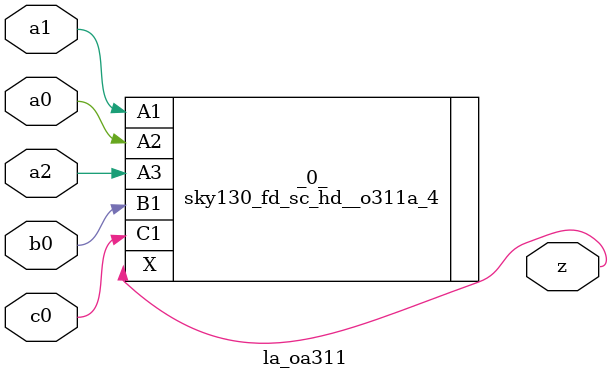
<source format=v>

/* Generated by Yosys 0.44 (git sha1 80ba43d26, g++ 11.4.0-1ubuntu1~22.04 -fPIC -O3) */

(* top =  1  *)
(* src = "inputs/la_oa311.v:10.1-23.10" *)
module la_oa311 (
    a0,
    a1,
    a2,
    b0,
    c0,
    z
);
  (* src = "inputs/la_oa311.v:13.12-13.14" *)
  input a0;
  wire a0;
  (* src = "inputs/la_oa311.v:14.12-14.14" *)
  input a1;
  wire a1;
  (* src = "inputs/la_oa311.v:15.12-15.14" *)
  input a2;
  wire a2;
  (* src = "inputs/la_oa311.v:16.12-16.14" *)
  input b0;
  wire b0;
  (* src = "inputs/la_oa311.v:17.12-17.14" *)
  input c0;
  wire c0;
  (* src = "inputs/la_oa311.v:18.12-18.13" *)
  output z;
  wire z;
  sky130_fd_sc_hd__o311a_4 _0_ (
      .A1(a1),
      .A2(a0),
      .A3(a2),
      .B1(b0),
      .C1(c0),
      .X (z)
  );
endmodule

</source>
